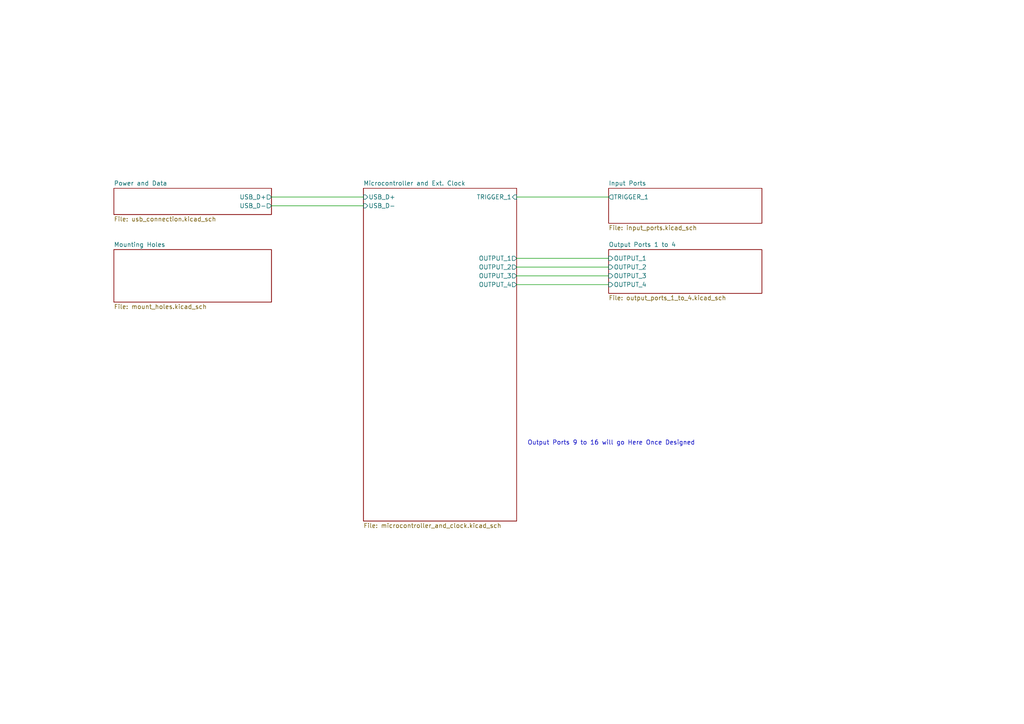
<source format=kicad_sch>
(kicad_sch
	(version 20250114)
	(generator "eeschema")
	(generator_version "9.0")
	(uuid "97d97b34-a2f9-4e5e-9870-299ade25a4f4")
	(paper "A4")
	(title_block
		(title "OpenSync Schematic")
		(date "2025-10-31")
		(rev "0.1")
		(company "OpenPIV Consortium")
	)
	(lib_symbols)
	(text "Output Ports 9 to 16 will go Here Once Designed"
		(exclude_from_sim no)
		(at 177.292 128.524 0)
		(effects
			(font
				(size 1.27 1.27)
			)
		)
		(uuid "8451897e-a812-4a60-b053-31c7c48b39ea")
	)
	(wire
		(pts
			(xy 78.74 59.69) (xy 105.41 59.69)
		)
		(stroke
			(width 0)
			(type default)
		)
		(uuid "10a8bede-7b60-40cb-8267-921263c73f34")
	)
	(wire
		(pts
			(xy 149.86 77.47) (xy 176.53 77.47)
		)
		(stroke
			(width 0)
			(type default)
		)
		(uuid "28959b1a-eab7-4042-b3d1-3abf214b7925")
	)
	(wire
		(pts
			(xy 149.86 80.01) (xy 176.53 80.01)
		)
		(stroke
			(width 0)
			(type default)
		)
		(uuid "6e12f113-ba7b-433a-a58b-0d18509484c9")
	)
	(wire
		(pts
			(xy 78.74 57.15) (xy 105.41 57.15)
		)
		(stroke
			(width 0)
			(type default)
		)
		(uuid "84dbadb9-6530-4a71-b11e-221b8ed4d647")
	)
	(wire
		(pts
			(xy 149.86 82.55) (xy 176.53 82.55)
		)
		(stroke
			(width 0)
			(type default)
		)
		(uuid "999737fd-24c3-4045-bf21-0636d543743b")
	)
	(wire
		(pts
			(xy 149.86 74.93) (xy 176.53 74.93)
		)
		(stroke
			(width 0)
			(type default)
		)
		(uuid "bb100876-6848-4c1f-99a3-4506634c5949")
	)
	(wire
		(pts
			(xy 149.86 57.15) (xy 176.53 57.15)
		)
		(stroke
			(width 0)
			(type default)
		)
		(uuid "e2a58d8b-6e02-47b1-bf70-bccd3bf552c3")
	)
	(sheet
		(at 105.41 54.61)
		(size 44.45 96.52)
		(exclude_from_sim no)
		(in_bom yes)
		(on_board yes)
		(dnp no)
		(fields_autoplaced yes)
		(stroke
			(width 0.1524)
			(type solid)
		)
		(fill
			(color 0 0 0 0.0000)
		)
		(uuid "1cb4b724-597c-4248-8518-89ecf4cdd3ac")
		(property "Sheetname" "Microcontroller and Ext. Clock"
			(at 105.41 53.8984 0)
			(effects
				(font
					(size 1.27 1.27)
				)
				(justify left bottom)
			)
		)
		(property "Sheetfile" "microcontroller_and_clock.kicad_sch"
			(at 105.41 151.7146 0)
			(effects
				(font
					(size 1.27 1.27)
				)
				(justify left top)
			)
		)
		(pin "OUTPUT_1" output
			(at 149.86 74.93 0)
			(uuid "d65e12b0-f756-4704-9fa0-fa4367c3c531")
			(effects
				(font
					(size 1.27 1.27)
				)
				(justify right)
			)
		)
		(pin "OUTPUT_2" output
			(at 149.86 77.47 0)
			(uuid "70f50aa9-3461-444a-9b6c-0f4d7b62000c")
			(effects
				(font
					(size 1.27 1.27)
				)
				(justify right)
			)
		)
		(pin "OUTPUT_3" output
			(at 149.86 80.01 0)
			(uuid "ad755855-cafd-4cb7-b6c0-a8ac50e161ae")
			(effects
				(font
					(size 1.27 1.27)
				)
				(justify right)
			)
		)
		(pin "OUTPUT_4" output
			(at 149.86 82.55 0)
			(uuid "bd732850-c9b0-43f0-b980-e713eece00c0")
			(effects
				(font
					(size 1.27 1.27)
				)
				(justify right)
			)
		)
		(pin "TRIGGER_1" input
			(at 149.86 57.15 0)
			(uuid "ced4272e-a850-469a-92f9-93cfd3e5bb1c")
			(effects
				(font
					(size 1.27 1.27)
				)
				(justify right)
			)
		)
		(pin "USB_D+" input
			(at 105.41 57.15 180)
			(uuid "2041aa0a-28c5-44d6-9d76-cf8495db59f0")
			(effects
				(font
					(size 1.27 1.27)
				)
				(justify left)
			)
		)
		(pin "USB_D-" input
			(at 105.41 59.69 180)
			(uuid "e9dd4c28-8415-41d1-a4a1-7020d9d7f0fa")
			(effects
				(font
					(size 1.27 1.27)
				)
				(justify left)
			)
		)
		(instances
			(project "opensync_prototype"
				(path "/97d97b34-a2f9-4e5e-9870-299ade25a4f4"
					(page "2")
				)
			)
		)
	)
	(sheet
		(at 33.02 72.39)
		(size 45.72 15.24)
		(exclude_from_sim no)
		(in_bom yes)
		(on_board yes)
		(dnp no)
		(fields_autoplaced yes)
		(stroke
			(width 0.1524)
			(type solid)
		)
		(fill
			(color 0 0 0 0.0000)
		)
		(uuid "43184533-95b5-46af-915f-575c8f5ba9d2")
		(property "Sheetname" "Mounting Holes"
			(at 33.02 71.6784 0)
			(effects
				(font
					(size 1.27 1.27)
				)
				(justify left bottom)
			)
		)
		(property "Sheetfile" "mount_holes.kicad_sch"
			(at 33.02 88.2146 0)
			(effects
				(font
					(size 1.27 1.27)
				)
				(justify left top)
			)
		)
		(instances
			(project "opensync_prototype"
				(path "/97d97b34-a2f9-4e5e-9870-299ade25a4f4"
					(page "7")
				)
			)
		)
	)
	(sheet
		(at 176.53 72.39)
		(size 44.45 12.7)
		(exclude_from_sim no)
		(in_bom yes)
		(on_board yes)
		(dnp no)
		(fields_autoplaced yes)
		(stroke
			(width 0.1524)
			(type solid)
		)
		(fill
			(color 0 0 0 0.0000)
		)
		(uuid "5f2b3b40-876a-4c13-908f-abe480357577")
		(property "Sheetname" "Output Ports 1 to 4"
			(at 176.53 71.6784 0)
			(effects
				(font
					(size 1.27 1.27)
				)
				(justify left bottom)
			)
		)
		(property "Sheetfile" "output_ports_1_to_4.kicad_sch"
			(at 176.53 85.6746 0)
			(effects
				(font
					(size 1.27 1.27)
				)
				(justify left top)
			)
		)
		(pin "OUTPUT_1" input
			(at 176.53 74.93 180)
			(uuid "15679724-fbfa-4754-bdb4-39d4ffa56d00")
			(effects
				(font
					(size 1.27 1.27)
				)
				(justify left)
			)
		)
		(pin "OUTPUT_2" input
			(at 176.53 77.47 180)
			(uuid "fded86d3-de62-4f18-80db-54fce03162ae")
			(effects
				(font
					(size 1.27 1.27)
				)
				(justify left)
			)
		)
		(pin "OUTPUT_3" input
			(at 176.53 80.01 180)
			(uuid "4c1166f6-3179-47b6-873f-094ef0c753a4")
			(effects
				(font
					(size 1.27 1.27)
				)
				(justify left)
			)
		)
		(pin "OUTPUT_4" input
			(at 176.53 82.55 180)
			(uuid "711c63db-f529-4279-a799-6608d04fbe6a")
			(effects
				(font
					(size 1.27 1.27)
				)
				(justify left)
			)
		)
		(instances
			(project "opensync_prototype"
				(path "/97d97b34-a2f9-4e5e-9870-299ade25a4f4"
					(page "5")
				)
			)
		)
	)
	(sheet
		(at 33.02 54.61)
		(size 45.72 7.62)
		(exclude_from_sim no)
		(in_bom yes)
		(on_board yes)
		(dnp no)
		(fields_autoplaced yes)
		(stroke
			(width 0.1524)
			(type solid)
		)
		(fill
			(color 0 0 0 0.0000)
		)
		(uuid "73ed134d-44af-4d5d-a859-f740472c6953")
		(property "Sheetname" "Power and Data"
			(at 33.02 53.8984 0)
			(effects
				(font
					(size 1.27 1.27)
				)
				(justify left bottom)
			)
		)
		(property "Sheetfile" "usb_connection.kicad_sch"
			(at 33.02 62.8146 0)
			(effects
				(font
					(size 1.27 1.27)
				)
				(justify left top)
			)
		)
		(pin "USB_D+" output
			(at 78.74 57.15 0)
			(uuid "ddf9f798-04fc-47ea-8237-b602ffa4fc3f")
			(effects
				(font
					(size 1.27 1.27)
				)
				(justify right)
			)
		)
		(pin "USB_D-" output
			(at 78.74 59.69 0)
			(uuid "e4f67564-327b-47d8-9106-a11e2c8d68d3")
			(effects
				(font
					(size 1.27 1.27)
				)
				(justify right)
			)
		)
		(instances
			(project "opensync_prototype"
				(path "/97d97b34-a2f9-4e5e-9870-299ade25a4f4"
					(page "3")
				)
			)
		)
	)
	(sheet
		(at 176.53 54.61)
		(size 44.45 10.16)
		(exclude_from_sim no)
		(in_bom yes)
		(on_board yes)
		(dnp no)
		(fields_autoplaced yes)
		(stroke
			(width 0.1524)
			(type solid)
		)
		(fill
			(color 0 0 0 0.0000)
		)
		(uuid "ce4daf0f-5e68-458e-b8c1-0d90d8678163")
		(property "Sheetname" "Input Ports"
			(at 176.53 53.8984 0)
			(effects
				(font
					(size 1.27 1.27)
				)
				(justify left bottom)
			)
		)
		(property "Sheetfile" "input_ports.kicad_sch"
			(at 176.53 65.3546 0)
			(effects
				(font
					(size 1.27 1.27)
				)
				(justify left top)
			)
		)
		(pin "TRIGGER_1" output
			(at 176.53 57.15 180)
			(uuid "cb09b253-b034-4b8c-b405-2d6eecd9f6ef")
			(effects
				(font
					(size 1.27 1.27)
				)
				(justify left)
			)
		)
		(instances
			(project "opensync_prototype"
				(path "/97d97b34-a2f9-4e5e-9870-299ade25a4f4"
					(page "4")
				)
			)
		)
	)
	(sheet_instances
		(path "/"
			(page "1")
		)
	)
	(embedded_fonts no)
)

</source>
